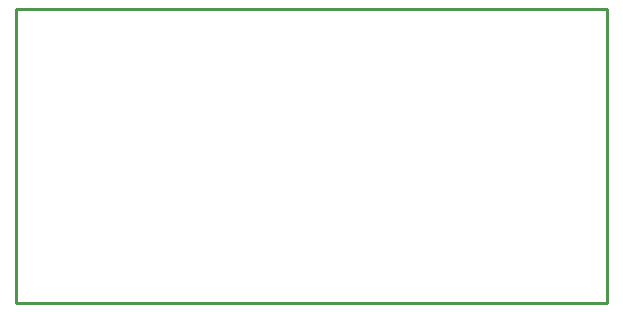
<source format=gbr>
G04 EAGLE Gerber RS-274X export*
G75*
%MOMM*%
%FSLAX34Y34*%
%LPD*%
%IN*%
%IPPOS*%
%AMOC8*
5,1,8,0,0,1.08239X$1,22.5*%
G01*
%ADD10C,0.254000*%


D10*
X103000Y648000D02*
X603000Y648000D01*
X603000Y897000D01*
X103000Y897000D01*
X103000Y648000D01*
M02*

</source>
